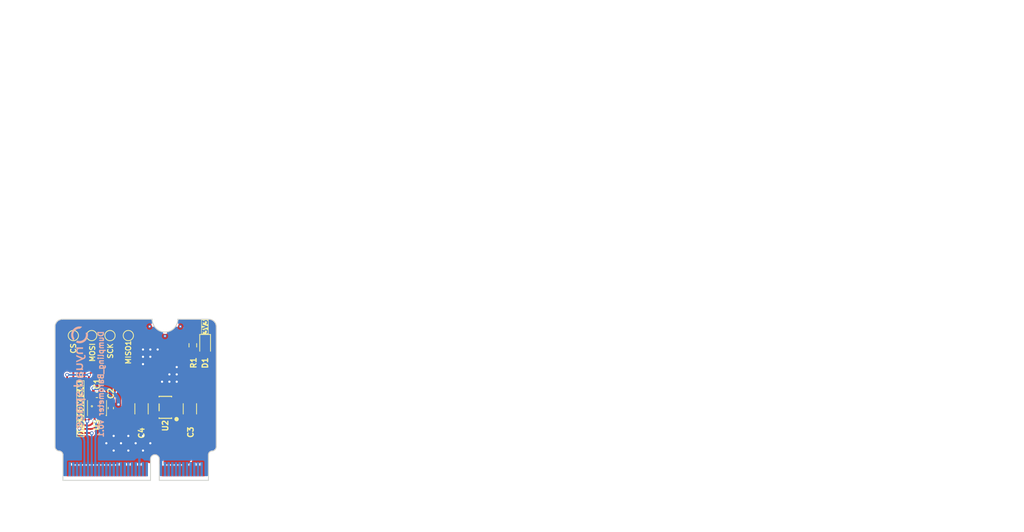
<source format=kicad_pcb>
(kicad_pcb (version 20241229) (generator "pcbnew") (generator_version "9.0")
  (layers (0 "F.Cu" signal "Top") (2 "B.Cu" signal "Bottom") (13 "F.Paste" user) (15 "B.Paste" user) (5 "F.SilkS" user "F.Silkscreen") (7 "B.SilkS" user "B.Silkscreen") (1 "F.Mask" user) (3 "B.Mask" user) (25 "Edge.Cuts" user))
  (net 0 "")
  (net 1 "+3V3")
  (net 2 "GND")
  (net 3 "VIN")
  (net 4 "DPS310XTSA1_CS")
  (net 5 "Net-(D1-A)")
  (net 6 "/G6")
  (net 7 "DPS310XTSA1_SDA")
  (net 8 "DPS310XTSA1_RX")
  (net 9 "/RTC_3V_BATT")
  (net 10 "/AUD_MCLK")
  (net 11 "/UART_CTS1")
  (net 12 "/USBHOST_D-")
  (net 13 "/G3")
  (net 14 "/BATT_VIN")
  (net 15 "/CAN-TX")
  (net 16 "/3.3V_EN")
  (net 17 "/CAN-RX")
  (net 18 "/UART_RTS1")
  (net 19 "/V_USB")
  (net 20 "DPS310XTSA1_MISO")
  (net 21 "/AUD_LRCLK")
  (net 22 "/G0")
  (net 23 "/SPI_COPI-LED_DAT")
  (net 24 "/G5")
  (net 25 "/AUD_IN-CAM_PCLK")
  (net 26 "/SWDCK")
  (net 27 "/SPI_SCK")
  (net 28 "/D1-CAM_TRIG")
  (net 29 "DPS310XTSA1_TX")
  (net 30 "+5V")
  (net 31 "DPS310XTSA1_SCL")
  (net 32 "/~{SPI_CS}")
  (net 33 "/UART_TX2")
  (net 34 "/G8")
  (net 35 "/AUD_BCLK")
  (net 36 "/SPI_CIPO-LED_CLK")
  (net 37 "/SDIO_DATA3-~{SPI_CS1}")
  (net 38 "/USBHOST_D+")
  (net 39 "/I2C_SDA1")
  (net 40 "/D0")
  (net 41 "/USB_D+")
  (net 42 "/G4")
  (net 43 "/A1")
  (net 44 "/G7")
  (net 45 "/G9-CAM_HSYNC")
  (net 46 "/USB_D-")
  (net 47 "DPS310XTSA1_MOSI")
  (net 48 "/PWM0")
  (net 49 "/AUD_OUT-CAM_MCLK")
  (net 50 "/I2C_~{INT}")
  (net 51 "DPS310XTSA1_SCK")
  (net 52 "/SWDIO")
  (net 53 "/I2C_SCL1")
  (net 54 "/UART_RX2")
  (net 55 "/A0")
  (net 56 "/G10-CAM_VSYNC")
  (net 57 "/SDIO_DATA2")
  (net 58 "DPS310XTSA1_pwr_cyc")
  (net 59 "/PWM1")
  (net 60 "/G11-SWO")
  (net 61 "/G2")
  (footprint "SparkFun_MicroMod_ESP32:M.2-CARD-E-22" (layer "F.Cu") (at 148.5011 114.365617)
    (property "Reference" "J1" (hide yes))
    (property "Value" "MICROMOD-2222" (hide yes))
    (fp_line (start 1.9 -21) (end 1 -21) (stroke (width 0.1016)) (layer "F.Cu"))
    (fp_line (start 1.9 -21) (end 1.9 -19.9) (stroke (width 0.1016)) (layer "F.Cu"))
    (fp_line (start 4 -19.7) (end 4 -19) (stroke (width 0.1016)) (layer "F.Cu"))
    (fp_line (start 6.1 -21) (end 6.1 -19.9) (stroke (width 0.1016)) (layer "F.Cu"))
    (fp_line (start 6.1 -21) (end 7 -21) (stroke (width 0.1016)) (layer "F.Cu"))
    (fp_poly (pts (xy 1.25 -21.75) (xy 2.05 -21.75) (xy 2.08842 -21.461827) (xy 2.171447 -21.183213) (xy 2.297037 -20.921017) (xy 2.462097 -20.681696) (xy 2.662563 -20.471142) (xy 2.893499 -20.29454) (xy 3.149218 -20.156239) (xy 3.423424 -20.059644) (xy 4 -20) (xy 4.290635 -20.007133) (xy 4.576576 -20.059644) (xy 4.850782 -20.156239) (xy 5.106501 -20.29454) (xy 5.337437 -20.471142) (xy 5.537903 -20.681696) (xy 5.702963 -20.921017) (xy 5.828553 -21.183213) (xy 5.95 -21.75) (xy 6.75 -21.75) (xy 6.686952 -21.386065) (xy 6.576451 -21.033626) (xy 6.420427 -20.698842) (xy 6.221608 -20.387564) (xy 5.983467 -20.10523) (xy 5.710166 -19.856774) (xy 5.40648 -19.646539) (xy 5.077718 -19.478197) (xy 4.729623 -19.354691) (xy 4.368279 -19.27818) (xy 4 -19.25) (xy 3.630811 -19.275627) (xy 3.268334 -19.35024) (xy 2.919037 -19.472506) (xy 2.589157 -19.640244) (xy 2.284581 -19.85046) (xy 2.010746 -20.099401) (xy 1.77254 -20.382623) (xy 1.574215 -20.695072) (xy 1.419311 -21.031169)) (fill yes) (layer "F.Cu"))
    (pad "1" smd rect (at 9.25 -1.275 180) (size 0.35 1.45) (layers "F.Cu" "F.Mask") (net 2 "GND"))
    (pad "2" smd rect (at 9 -1.525) (size 0.35 1.95) (layers "B.Cu" "B.Mask") (net 1 "+3V3"))
    (pad "3" smd rect (at 8.75 -1.275 180) (size 0.35 1.45) (layers "F.Cu" "F.Mask") (net 41 "/USB_D+"))
    (pad "4" smd rect (at 8.5 -1.525) (size 0.35 1.95) (layers "B.Cu" "B.Mask") (net 16 "/3.3V_EN"))
    (pad "5" smd rect (at 8.25 -1.275 180) (size 0.35 1.45) (layers "F.Cu" "F.Mask") (net 46 "/USB_D-"))
    (pad "6" smd rect (at 8 -1.525) (size 0.35 1.95) (layers "B.Cu" "B.Mask") (net 30 "+5V"))
    (pad "7" smd rect (at 7.75 -1.275 180) (size 0.35 1.45) (layers "F.Cu" "F.Mask") (net 2 "GND"))
    (pad "8" smd rect (at 7.5 -1.525) (size 0.35 1.95) (layers "B.Cu" "B.Mask") (net 60 "/G11-SWO"))
    (pad "9" smd rect (at 7.25 -1.275 180) (size 0.35 1.45) (layers "F.Cu" "F.Mask") (net 19 "/V_USB"))
    (pad "10" smd rect (at 7 -1.525) (size 0.35 1.95) (layers "B.Cu" "B.Mask") (net 40 "/D0"))
    (pad "11" smd rect (at 6.75 -1.275 180) (size 0.35 1.45) (layers "F.Cu" "F.Mask") (net 3 "VIN"))
    (pad "12" smd rect (at 6.5 -1.525) (size 0.35 1.95) (layers "B.Cu" "B.Mask") (net 7 "DPS310XTSA1_SDA"))
    (pad "13" smd rect (at 6.25 -1.275 180) (size 0.35 1.45) (layers "F.Cu" "F.Mask") (net 18 "/UART_RTS1"))
    (pad "14" smd rect (at 6 -1.525) (size 0.35 1.95) (layers "B.Cu" "B.Mask") (net 31 "DPS310XTSA1_SCL"))
    (pad "15" smd rect (at 5.75 -1.275 180) (size 0.35 1.45) (layers "F.Cu" "F.Mask") (net 11 "/UART_CTS1"))
    (pad "16" smd rect (at 5.5 -1.525) (size 0.35 1.95) (layers "B.Cu" "B.Mask") (net 50 "/I2C_~{INT}"))
    (pad "17" smd rect (at 5.25 -1.275 180) (size 0.35 1.45) (layers "F.Cu" "F.Mask") (net 29 "DPS310XTSA1_TX"))
    (pad "18" smd rect (at 5 -1.525) (size 0.35 1.95) (layers "B.Cu" "B.Mask") (net 28 "/D1-CAM_TRIG"))
    (pad "19" smd rect (at 4.75 -1.275 180) (size 0.35 1.45) (layers "F.Cu" "F.Mask") (net 8 "DPS310XTSA1_RX"))
    (pad "20" smd rect (at 4.5 -1.525) (size 0.35 1.95) (layers "B.Cu" "B.Mask") (net 54 "/UART_RX2"))
    (pad "21" smd rect (at 4.25 -1.275 180) (size 0.35 1.45) (layers "F.Cu" "F.Mask") (net 26 "/SWDCK"))
    (pad "22" smd rect (at 4 -1.525) (size 0.35 1.95) (layers "B.Cu" "B.Mask") (net 33 "/UART_TX2"))
    (pad "23" smd rect (at 3.75 -1.275 180) (size 0.35 1.45) (layers "F.Cu" "F.Mask") (net 52 "/SWDIO"))
    (pad "32" smd rect (at 1.5 -1.525) (size 0.35 1.95) (layers "B.Cu" "B.Mask") (net 48 "/PWM0"))
    (pad "33" smd rect (at 1.25 -1.275 180) (size 0.35 1.45) (layers "F.Cu" "F.Mask") (net 2 "GND"))
    (pad "34" smd rect (at 1 -1.525) (size 0.35 1.95) (layers "B.Cu" "B.Mask") (net 55 "/A0"))
    (pad "35" smd rect (at 0.75 -1.275 180) (size 0.35 1.45) (layers "F.Cu" "F.Mask") (net 38 "/USBHOST_D+"))
    (pad "36" smd rect (at 0.5 -1.525) (size 0.35 1.95) (layers "B.Cu" "B.Mask") (net 2 "GND"))
    (pad "37" smd rect (at 0.25 -1.275 180) (size 0.35 1.45) (layers "F.Cu" "F.Mask") (net 12 "/USBHOST_D-"))
    (pad "38" smd rect (at 0 -1.525) (size 0.35 1.95) (layers "B.Cu" "B.Mask") (net 43 "/A1"))
    (pad "39" smd rect (at -0.25 -1.275 180) (size 0.35 1.45) (layers "F.Cu" "F.Mask") (net 2 "GND"))
    (pad "40" smd rect (at -0.5 -1.525) (size 0.35 1.95) (layers "B.Cu" "B.Mask") (net 22 "/G0"))
    (pad "41" smd rect (at -0.75 -1.275 180) (size 0.35 1.45) (layers "F.Cu" "F.Mask") (net 17 "/CAN-RX"))
    (pad "42" smd rect (at -1 -1.525) (size 0.35 1.95) (layers "B.Cu" "B.Mask") (net 58 "DPS310XTSA1_pwr_cyc"))
    (pad "43" smd rect (at -1.25 -1.275 180) (size 0.35 1.45) (layers "F.Cu" "F.Mask") (net 15 "/CAN-TX"))
    (pad "44" smd rect (at -1.5 -1.525) (size 0.35 1.95) (layers "B.Cu" "B.Mask") (net 61 "/G2"))
    (pad "45" smd rect (at -1.75 -1.275 180) (size 0.35 1.45) (layers "F.Cu" "F.Mask") (net 2 "GND"))
    (pad "46" smd rect (at -2 -1.525) (size 0.35 1.95) (layers "B.Cu" "B.Mask") (net 13 "/G3"))
    (pad "47" smd rect (at -2.25 -1.275 180) (size 0.35 1.45) (layers "F.Cu" "F.Mask") (net 59 "/PWM1"))
    (pad "48" smd rect (at -2.5 -1.525) (size 0.35 1.95) (layers "B.Cu" "B.Mask") (net 42 "/G4"))
    (pad "49" smd rect (at -2.75 -1.275 180) (size 0.35 1.45) (layers "F.Cu" "F.Mask") (net 14 "/BATT_VIN"))
    (pad "50" smd rect (at -3 -1.525) (size 0.35 1.95) (layers "B.Cu" "B.Mask") (net 35 "/AUD_BCLK"))
    (pad "51" smd rect (at -3.25 -1.275 180) (size 0.35 1.45) (layers "F.Cu" "F.Mask") (net 39 "/I2C_SDA1"))
    (pad "52" smd rect (at -3.5 -1.525) (size 0.35 1.95) (layers "B.Cu" "B.Mask") (net 21 "/AUD_LRCLK"))
    (pad "53" smd rect (at -3.75 -1.275 180) (size 0.35 1.45) (layers "F.Cu" "F.Mask") (net 53 "/I2C_SCL1"))
    (pad "54" smd rect (at -4 -1.525) (size 0.35 1.95) (layers "B.Cu" "B.Mask") (net 25 "/AUD_IN-CAM_PCLK"))
    (pad "55" smd rect (at -4.25 -1.275 180) (size 0.35 1.45) (layers "F.Cu" "F.Mask") (net 32 "/~{SPI_CS}"))
    (pad "56" smd rect (at -4.5 -1.525) (size 0.35 1.95) (layers "B.Cu" "B.Mask") (net 49 "/AUD_OUT-CAM_MCLK"))
    (pad "57" smd rect (at -4.75 -1.275 180) (size 0.35 1.45) (layers "F.Cu" "F.Mask") (net 27 "/SPI_SCK"))
    (pad "58" smd rect (at -5 -1.525) (size 0.35 1.95) (layers "B.Cu" "B.Mask") (net 10 "/AUD_MCLK"))
    (pad "59" smd rect (at -5.25 -1.275 180) (size 0.35 1.45) (layers "F.Cu" "F.Mask") (net 23 "/SPI_COPI-LED_DAT"))
    (pad "60" smd rect (at -5.5 -1.525) (size 0.35 1.95) (layers "B.Cu" "B.Mask") (net 47 "DPS310XTSA1_MOSI"))
    (pad "61" smd rect (at -5.75 -1.275 180) (size 0.35 1.45) (layers "F.Cu" "F.Mask") (net 36 "/SPI_CIPO-LED_CLK"))
    (pad "62" smd rect (at -6 -1.525) (size 0.35 1.95) (layers "B.Cu" "B.Mask") (net 20 "DPS310XTSA1_MISO"))
    (pad "63" smd rect (at -6.25 -1.275 180) (size 0.35 1.45) (layers "F.Cu" "F.Mask") (net 56 "/G10-CAM_VSYNC"))
    (pad "64" smd rect (at -6.5 -1.525) (size 0.35 1.95) (layers "B.Cu" "B.Mask") (net 51 "DPS310XTSA1_SCK"))
    (pad "65" smd rect (at -6.75 -1.275 180) (size 0.35 1.45) (layers "F.Cu" "F.Mask") (net 45 "/G9-CAM_HSYNC"))
    (pad "66" smd rect (at -7 -1.525) (size 0.35 1.95) (layers "B.Cu" "B.Mask") (net 4 "DPS310XTSA1_CS"))
    (pad "67" smd rect (at -7.25 -1.275 180) (size 0.35 1.45) (layers "F.Cu" "F.Mask") (net 34 "/G8"))
    (pad "68" smd rect (at -7.5 -1.525) (size 0.35 1.95) (layers "B.Cu" "B.Mask") (net 57 "/SDIO_DATA2"))
    (pad "69" smd rect (at -7.75 -1.275 180) (size 0.35 1.45) (layers "F.Cu" "F.Mask") (net 44 "/G7"))
    (pad "70" smd rect (at -8 -1.525) (size 0.35 1.95) (layers "B.Cu" "B.Mask") (net 37 "/SDIO_DATA3-~{SPI_CS1}"))
    (pad "71" smd rect (at -8.25 -1.275 180) (size 0.35 1.45) (layers "F.Cu" "F.Mask") (net 6 "/G6"))
    (pad "72" smd rect (at -8.5 -1.525) (size 0.35 1.95) (layers "B.Cu" "B.Mask") (net 9 "/RTC_3V_BATT"))
    (pad "73" smd rect (at -8.75 -1.275 180) (size 0.35 1.45) (layers "F.Cu" "F.Mask") (net 24 "/G5"))
    (pad "74" smd rect (at -9 -1.525) (size 0.35 1.95) (layers "B.Cu" "B.Mask") (net 1 "+3V3"))
    (pad "75" smd rect (at -9.25 -1.275 180) (size 0.35 1.45) (layers "F.Cu" "F.Mask") (net 2 "GND"))
    (pad "GND" thru_hole circle (at 1.9 -21) (size 0.454 0.454) (drill 0.2) (layers "*.Cu" "*.Mask"))
    (pad "GND" thru_hole circle (at 4 -19.7) (size 0.454 0.454) (drill 0.2) (layers "*.Cu" "*.Mask"))
    (pad "GND" thru_hole circle (at 6.1 -21) (size 0.454 0.454) (drill 0.2) (layers "*.Cu" "*.Mask"))
  )
  (footprint "SparkFun_MicroMod_ESP32:ORDERING_INSTRUCTIONS" (layer "F.Cu") (at 167.9811 62.1)
    (property "Reference" "LOGO1" (hide yes))
    (property "Value" "SPECIAL_INSTRUCTIONS-ORDERING")
  )
  (footprint "SparkFun_MicroMod_ESP32:CREATIVE_COMMONS" (layer "F.Cu") (at 184.4 63.75)
    (property "Reference" "FRAME1" (hide yes))
    (property "Value" "FRAME-LEDGER" (hide yes))
  )
  (footprint "LED_SMD:LED_0603_1608Metric" (layer "F.Cu") (at 157.975 95.9375 -90)
    (property "Reference" "D1" (at 2.4 0 90) (layer "F.SilkS") (effects (font (size 0.75 0.75) (thickness 0.175) (bold yes))))
    (property "Value" "LED")
    (pad "1" smd roundrect (at -0.7875 0 270) (size 0.875 0.95) (layers "F.Cu" "F.Mask" "F.Paste") (net 2 "GND"))
    (pad "2" smd roundrect (at 0.7875 0 270) (size 0.875 0.95) (layers "F.Cu" "F.Mask" "F.Paste") (net 5 "Net-(D1-A)"))
  )
  (footprint "TestPoint:TestPoint_Pad_D1.0mm" (layer "F.Cu") (at 140 94.6)
    (property "Reference" "CS1" (hide yes))
    (property "Value" "SPI3")
    (pad "1" smd circle (at 0 0) (size 1 1) (layers "F.Cu" "F.Mask") (net 4 "DPS310XTSA1_CS"))
  )
  (footprint "Capacitor_SMD:C_1206_3216Metric" (layer "F.Cu") (at 155.9 104.6 90)
    (property "Reference" "C3" (at -3.2 0.1 90) (layer "F.SilkS") (effects (font (size 0.75 0.75) (thickness 0.175) (bold yes))))
    (property "Value" "10u")
    (pad "1" smd roundrect (at -1.475 0 90) (size 1.15 1.8) (layers "F.Cu" "F.Mask" "F.Paste") (roundrect_rratio 0.217391) (net 3 "VIN"))
    (pad "2" smd roundrect (at 1.475 0 90) (size 1.15 1.8) (layers "F.Cu" "F.Mask" "F.Paste") (roundrect_rratio 0.217391) (net 2 "GND"))
  )
  (footprint "Capacitor_SMD:C_1206_3216Metric" (layer "F.Cu") (at 149.3 104.6 90)
    (property "Reference" "C4" (at -3.3 0 90) (layer "F.SilkS") (effects (font (size 0.75 0.75) (thickness 0.175) (bold yes))))
    (property "Value" "10u")
    (pad "1" smd roundrect (at -1.475 0 90) (size 1.15 1.8) (layers "F.Cu" "F.Mask" "F.Paste") (roundrect_rratio 0.217391) (net 1 "+3V3"))
    (pad "2" smd roundrect (at 1.475 0 90) (size 1.15 1.8) (layers "F.Cu" "F.Mask" "F.Paste") (roundrect_rratio 0.217391) (net 2 "GND"))
  )
  (footprint "Resistor_SMD:R_0603_1608Metric" (layer "F.Cu") (at 156.3 95.925 -90)
    (property "Reference" "R1" (at 2.4 -0.1 270) (layer "F.SilkS") (effects (font (size 0.75 0.75) (thickness 0.175) (bold yes))))
    (property "Value" "10k")
    (pad "1" smd roundrect (at -0.825 0 270) (size 0.8 0.95) (layers "F.Cu" "F.Mask" "F.Paste") (net 1 "+3V3"))
    (pad "2" smd roundrect (at 0.825 0 270) (size 0.8 0.95) (layers "F.Cu" "F.Mask" "F.Paste") (net 5 "Net-(D1-A)"))
  )
  (footprint "TestPoint:TestPoint_Pad_D1.0mm" (layer "F.Cu") (at 147.5 94.6)
    (property "Reference" "MISO1" (at 0 2.3 90) (layer "F.SilkS") (effects (font (size 0.7 0.7))))
    (property "Value" "SPI3")
    (pad "1" smd circle (at 0 0) (size 1 1) (layers "F.Cu" "F.Mask") (net 20 "DPS310XTSA1_MISO"))
  )
  (footprint "Capacitor_SMD:C_0402_1005Metric" (layer "F.Cu") (at 145.110643 104.500102 -90)
    (property "Reference" "C2" (at -2 0 90) (layer "F.SilkS") (effects (font (size 0.75 0.75) (thickness 0.175) (bold yes))))
    (property "Value" "100n")
    (pad "1" smd roundrect (at -0.48 0 270) (size 0.56 0.62) (layers "F.Cu" "F.Mask" "F.Paste") (net 1 "+3V3"))
    (pad "2" smd roundrect (at 0.48 0 270) (size 0.56 0.62) (layers "F.Cu" "F.Mask" "F.Paste") (net 2 "GND"))
  )
  (footprint "TestPoint:TestPoint_Pad_D1.0mm" (layer "F.Cu") (at 142.5 94.6)
    (property "Reference" "MOSI1" (hide yes))
    (property "Value" "SPI3")
    (pad "1" smd circle (at 0 0) (size 1 1) (layers "F.Cu" "F.Mask") (net 47 "DPS310XTSA1_MOSI"))
  )
  (footprint "TPSPX3819M5-L-3-3:SOT-23-5_L3.0-W1.6-P0.95-LS2.8-BR" (layer "F.Cu") (at 152.550013 104.4)
    (property "Reference" "U2" (at 0 2.5 90) (layer "F.SilkS") (effects (font (size 0.75 0.75) (thickness 0.175) (bold yes))))
    (property "Value" "TPSPX3819M5-L-3-3")
    (pad "1" smd rect (at 1.149987 0.949962 90) (size 0.6 1.2) (layers "F.Cu" "F.Mask" "F.Paste") (net 3 "VIN"))
    (pad "2" smd rect (at 1.149987 0 90) (size 0.6 1.2) (layers "F.Cu" "F.Mask" "F.Paste") (net 2 "GND"))
    (pad "3" smd rect (at 1.149987 -0.949962 90) (size 0.6 1.2) (layers "F.Cu" "F.Mask" "F.Paste") (net 3 "VIN"))
    (pad "4" smd rect (at -1.149987 -0.949962 90) (size 0.6 1.2) (layers "F.Cu" "F.Mask" "F.Paste"))
    (pad "5" smd rect (at -1.149987 0.949962 90) (size 0.6 1.2) (layers "F.Cu" "F.Mask" "F.Paste") (net 1 "+3V3"))
  )
  (footprint "DPS310XTSA1:LGA-8_DPS310XTSA1" (layer "F.Cu") (at 143.230201 104.500102 -90)
    (property "Reference" "U3" (at 2.299898 0.030201 90) (layer "F.SilkS") (effects (font (size 0.75 0.75) (thickness 0.175) (bold yes))))
    (property "Value" "DPS310XTSA1_C3232509")
    (pad "1" smd rect (at 0.800102 -0.980442 270) (size 0.700025 0.350521) (layers "F.Cu" "F.Mask" "F.Paste") (net 2 "GND"))
    (pad "2" smd rect (at 0.800102 -0.330201 270) (size 0.700025 0.350521) (layers "F.Cu" "F.Mask" "F.Paste") (net 4 "DPS310XTSA1_CS"))
    (pad "3" smd rect (at 0.800102 0.330201 270) (size 0.700025 0.350521) (layers "F.Cu" "F.Mask" "F.Paste") (net 47 "DPS310XTSA1_MOSI"))
    (pad "4" smd rect (at 0.800102 0.980442 270) (size 0.700025 0.350521) (layers "F.Cu" "F.Mask" "F.Paste") (net 51 "DPS310XTSA1_SCK"))
    (pad "5" smd rect (at -0.800102 0.980442 270) (size 0.700025 0.350521) (layers "F.Cu" "F.Mask" "F.Paste") (net 20 "DPS310XTSA1_MISO"))
    (pad "6" smd rect (at -0.800102 0.330201 270) (size 0.700025 0.350521) (layers "F.Cu" "F.Mask" "F.Paste") (net 1 "+3V3"))
    (pad "7" smd rect (at -0.800102 -0.330201 270) (size 0.700025 0.350521) (layers "F.Cu" "F.Mask" "F.Paste") (net 2 "GND"))
    (pad "8" smd rect (at -0.800102 -0.980442 270) (size 0.700025 0.350521) (layers "F.Cu" "F.Mask" "F.Paste") (net 1 "+3V3"))
  )
  (footprint "Capacitor_SMD:C_0402_1005Metric" (layer "F.Cu") (at 143.210643 102.700102)
    (property "Reference" "C1" (at 0 -1.5 90) (layer "F.SilkS") (effects (font (size 0.75 0.75) (thickness 0.175) (bold yes))))
    (property "Value" "100n")
    (pad "1" smd roundrect (at -0.48 0) (size 0.56 0.62) (layers "F.Cu" "F.Mask" "F.Paste") (net 1 "+3V3"))
    (pad "2" smd roundrect (at 0.48 0) (size 0.56 0.62) (layers "F.Cu" "F.Mask" "F.Paste") (net 2 "GND"))
  )
  (footprint "TestPoint:TestPoint_Pad_D1.0mm" (layer "F.Cu") (at 145 94.6)
    (property "Reference" "SCK1" (hide yes))
    (property "Value" "SPI3")
    (pad "1" smd circle (at 0 0) (size 1 1) (layers "F.Cu" "F.Mask") (net 51 "DPS310XTSA1_SCK"))
  )
  (footprint "LOGO" (layer "B.Cu") (at 140.85 100.35 -90)
    (property "Reference" "G***" (hide yes))
    (property "Value" "LOGO" (hide yes))
  )
  (gr_line (start 158.4261 114.365617) (end 151.7261 114.365617) (stroke (width 0.127)) (layer "Edge.Cuts"))
  (gr_line (start 150.5261 111.465617) (end 150.5261 114.365617) (stroke (width 0.127)) (layer "Edge.Cuts"))
  (gr_line (start 138.5761 114.365617) (end 138.5761 110.865617) (stroke (width 0.127)) (layer "Edge.Cuts"))
  (gr_arc (start 138.1011 110.365617) (mid 138.434341 110.524663) (end 138.5761 110.865618) (stroke (width 0.127)) (layer "Edge.Cuts"))
  (gr_arc (start 137.5011 93.365617) (mid 137.8011 92.665618) (end 138.501099 92.365618) (stroke (width 0.127)) (layer "Edge.Cuts"))
  (gr_arc (start 159.501099 109.765618) (mid 159.320461 110.184979) (end 158.9011 110.365617) (stroke (width 0.127)) (layer "Edge.Cuts"))
  (gr_line (start 137.5011 93.365617) (end 137.5011 109.765617) (stroke (width 0.127)) (layer "Edge.Cuts"))
  (gr_line (start 159.5011 93.365617) (end 159.5011 109.765617) (stroke (width 0.127)) (layer "Edge.Cuts"))
  (gr_arc (start 154.2511 92.365617) (mid 152.5011 94.115617) (end 150.7511 92.365617) (stroke (width 0.127)) (layer "Edge.Cuts"))
  (gr_arc (start 158.4261 110.865617) (mid 158.566444 110.523319) (end 158.9011 110.365617) (stroke (width 0.127)) (layer "Edge.Cuts"))
  (gr_arc (start 150.5261 111.465617) (mid 151.1261 110.865617) (end 151.7261 111.465617) (stroke (width 0.127)) (layer "Edge.Cuts"))
  (gr_line (start 158.4261 110.865617) (end 158.4261 114.365617) (stroke (width 0.127)) (layer "Edge.Cuts"))
  (gr_line (start 150.7511 92.365617) (end 138.5011 92.365617) (stroke (width 0.127)) (layer "Edge.Cuts"))
  (gr_line (start 151.7261 111.465617) (end 151.7261 114.365617) (stroke (width 0.127)) (layer "Edge.Cuts"))
  (gr_arc (start 138.101098 110.365617) (mid 137.681737 110.184978) (end 137.5011 109.765617) (stroke (width 0.127)) (layer "Edge.Cuts"))
  (gr_line (start 158.5011 92.365617) (end 154.2511 92.365617) (stroke (width 0.127)) (layer "Edge.Cuts"))
  (gr_arc (start 158.5011 92.365617) (mid 159.2011 92.665617) (end 159.5011 93.365617) (stroke (width 0.127)) (layer "Edge.Cuts"))
  (gr_line (start 138.5761 114.365617) (end 150.5261 114.365617) (stroke (width 0.127)) (layer "Edge.Cuts"))
  (gr_text "DPS310XTSA1" (at 141 104.6 90) (layer "F.SilkS" knockout) (effects (font (size 0.75 0.75) (thickness 0.175) (bold yes))))
  (gr_text "SCK" (at 145.05 96.7 90) (layer "F.SilkS") (effects (font (size 0.7 0.7))))
  (gr_text "3V3" (at 157.975 93.4 90) (layer "F.SilkS" knockout) (effects (font (size 0.7 0.7) (thickness 0.15) (bold yes))))
  (gr_text "CS" (at 140 96.35 90) (layer "F.SilkS") (effects (font (size 0.7 0.7))))
  (gr_text "MOSI" (at 142.6 96.9 90) (layer "F.SilkS") (effects (font (size 0.7 0.7))))
  (gr_text "Dumpling_Barometer v0.1" (at 144.2 93.9 90) (layer "B.SilkS") (effects (font (size 0.75 0.75) (thickness 0.175) (bold yes)) (justify left bottom mirror)))
  (segment (start 151.400026 105.412474) (end 151.400026 105.349962) (width 0.75) (layer "F.Cu") (net 1))
  (segment (start 155.924999 95.1) (end 156.3 95.1) (width 0.75) (layer "F.Cu") (net 1))
  (segment (start 148.113172 101.35) (end 148.3 101.35) (width 0.75) (layer "F.Cu") (net 1))
  (segment (start 150.007106 100.642893) (end 155.284833 95.365165) (width 0.75) (layer "F.Cu") (net 1))
  (segment (start 144.757091 104.020102) (end 145.110643 104.020102) (width 0.5) (layer "F.Cu") (net 1))
  (segment (start 146.15 104) (end 146.15 104.5) (width 0.75) (layer "F.Cu") (net 1))
  (segment (start 146.139949 104.010051) (end 146.15 104) (width 0.5) (layer "F.Cu") (net 1))
  (segment (start 142.9 102.989212) (end 142.9 103.7) (width 0.35) (layer "F.Cu") (net 1))
  (segment (start 146.15 103.25) (end 146.15 104) (width 0.75) (layer "F.Cu") (net 1))
  (segment (start 142.715643 102.685102) (end 142.700643 102.670102) (width 0.5) (layer "F.Cu") (net 1))
  (segment (start 142.745643 102.715102) (end 142.815321 102.78478) (width 0.35) (layer "F.Cu") (net 1))
  (segment (start 144.370694 103.860051) (end 144.210643 103.7) (width 0.5) (layer "F.Cu") (net 1))
  (segment (start 146.503553 105.353553) (end 146.6875 105.5375) (width 0.75) (layer "F.Cu") (net 1))
  (segment (start 146.68033 101.969669) (end 146.725 101.925) (width 0.75) (layer "F.Cu") (net 1))
  (segment (start 142.745643 102.715102) (end 142.715643 102.685102) (width 0.35) (layer "F.Cu") (net 1))
  (segment (start 147.985139 106.075) (end 150.224847 106.075) (width 0.75) (layer "F.Cu") (net 1))
  (segment (start 151.1 105.7125) (end 151.400026 105.412474) (width 0.75) (layer "F.Cu") (net 1))
  (segment (start 146.115683 104.020102) (end 145.110643 104.020102) (width 0.5) (layer "F.Cu") (net 1))
  (segment (start 142.730643 102.678888) (end 142.730643 101.819357) (width 0.35) (layer "F.Cu") (net 1))
  (via (at 142.75 101.8) (size 0.5) (drill 0.3) (layers "F.Cu" "B.Cu") (net 1))
  (via (at 146.15 104) (size 0.5) (drill 0.3) (layers "F.Cu" "B.Cu") (net 1))
  (arc (start 146.139949 104.010051) (mid 146.128815 104.017489) (end 146.115683 104.020102) (width 0.5) (layer "F.Cu") (net 1))
  (arc (start 144.757091 104.020102) (mid 144.547974 103.978506) (end 144.370694 103.860051) (width 0.5) (layer "F.Cu") (net 1))
  (arc (start 142.815321 102.78478) (mid 142.877992 102.878574) (end 142.9 102.989212) (width 0.35) (layer "F.Cu") (net 1))
  (arc (start 146.6875 105.5375) (mid 147.282861 105.935308) (end 147.985139 106.075) (width 0.75) (layer "F.Cu") (net 1))
  (arc (start 148.113172 101.35) (mid 147.361898 101.499437) (end 146.725 101.925) (width 0.75) (layer "F.Cu") (net 1))
  (arc (start 142.745643 102.715102) (mid 142.734541 102.698487) (end 142.730643 102.678888) (width 0.35) (layer "F.Cu") (net 1))
  (arc (start 148.3 101.35) (mid 149.223879 101.166228) (end 150.007106 100.642893) (width 0.75) (layer "F.Cu") (net 1))
  (arc (start 146.15 103.25) (mid 146.287828 102.55709) (end 146.68033 101.969669) (width 0.75) (layer "F.Cu") (net 1))
  (arc (start 155.924999 95.1) (mid 155.578543 95.168914) (end 155.284833 95.365165) (width 0.75) (layer "F.Cu") (net 1))
  (arc (start 142.715643 102.685102) (mid 142.725218 102.687006) (end 142.730643 102.678888) (width 0.5) (layer "F.Cu") (net 1))
  (arc (start 150.224847 106.075) (mid 150.698476 105.980789) (end 151.1 105.7125) (width 0.75) (layer "F.Cu") (net 1))
  (arc (start 146.15 104.5) (mid 146.241885 104.961939) (end 146.503553 105.353553) (width 0.75) (layer "F.Cu") (net 1))
  (segment (start 146.15 103.55) (end 146.15 104) (width 0.5) (layer "B.Cu") (net 1))
  (segment (start 145.5 102.45) (end 145.831801 102.781801) (width 0.5) (layer "B.Cu") (net 1))
  (segment (start 142.75 101.8) (end 143.930761 101.8) (width 0.5) (layer "B.Cu") (net 1))
  (arc (start 145.5 102.45) (mid 144.780027 101.968929) (end 143.930761 101.8) (width 0.5) (layer "B.Cu") (net 1))
  (arc (start 146.15 103.55) (mid 146.067302 103.134253) (end 145.831801 102.781801) (width 0.5) (layer "B.Cu") (net 1))
  (segment (start 154.18125 104.4) (end 153.7 104.4) (width 0.75) (layer "F.Cu") (net 2))
  (segment (start 144.757091 104.980102) (end 145.110643 104.980102) (width 0.5) (layer "F.Cu") (net 2))
  (segment (start 143.625522 102.765222) (end 143.690643 102.700102) (width 0.35) (layer "F.Cu") (net 2))
  (segment (start 144.370694 105.140153) (end 144.210643 105.300204) (width 0.5) (layer "F.Cu") (net 2))
  (segment (start 143.560402 102.922437) (end 143.560402 103.7) (width 0.35) (layer "F.Cu") (net 2))
  (segment (start 155.9 103.125) (end 154.938778 104.086221) (width 0.75) (layer "F.Cu") (net 2))
  (via (at 150.5 109.3) (size 0.7) (drill 0.3) (layers "F.Cu" "B.Cu") (net 2))
  (via (at 147.5 110.3) (size 0.7) (drill 0.3) (layers "F.Cu" "B.Cu") (net 2))
  (via (at 153.1 99.9) (size 0.7) (drill 0.3) (layers "F.Cu" "B.Cu") (net 2))
  (via (at 153.1 100.9) (size 0.7) (drill 0.3) (layers "F.Cu" "B.Cu") (net 2))
  (via (at 154.1 98.9) (size 0.7) (drill 0.3) (layers "F.Cu" "B.Cu") (net 2))
  (via (at 146.5 109.3) (size 0.7) (drill 0.3) (layers "F.Cu" "B.Cu") (net 2))
  (via (at 151.5 96.5) (size 0.7) (drill 0.3) (layers "F.Cu" "B.Cu") (net 2))
  (via (at 147.5 108.3) (size 0.7) (drill 0.3) (layers "F.Cu" "B.Cu") (net 2))
  (via (at 152.1 100.9) (size 0.7) (drill 0.3) (layers "F.Cu" "B.Cu") (net 2))
  (via (at 149.5 98.5) (size 0.7) (drill 0.3) (layers "F.Cu" "B.Cu") (net 2))
  (via (at 149.5 97.5) (size 0.7) (drill 0.3) (layers "F.Cu" "B.Cu") (net 2))
  (via (at 144.5 109.3) (size 0.7) (drill 0.3) (layers "F.Cu" "B.Cu") (net 2))
  (via (at 148.5 109.3) (size 0.7) (drill 0.3) (layers "F.Cu" "B.Cu") (net 2))
  (via (at 149.5 96.5) (size 0.7) (drill 0.3) (layers "F.Cu" "B.Cu") (net 2))
  (via (at 154.1 100.9) (size 0.7) (drill 0.3) (layers "F.Cu" "B.Cu") (net 2))
  (via (at 145.5 110.3) (size 0.7) (drill 0.3) (layers "F.Cu" "B.Cu") (net 2))
  (via (at 149.5 110.3) (size 0.7) (drill 0.3) (layers "F.Cu" "B.Cu") (net 2))
  (via (at 150.5 97.5) (size 0.7) (drill 0.3) (layers "F.Cu" "B.Cu") (net 2))
  (via (at 150.5 96.5) (size 0.7) (drill 0.3) (layers "F.Cu" "B.Cu") (net 2))
  (via (at 145.5 108.3) (size 0.7) (drill 0.3) (layers "F.Cu" "B.Cu") (net 2))
  (via (at 149.5 108.3) (size 0.7) (drill 0.3) (layers "F.Cu" "B.Cu") (net 2))
  (via (at 154.1 99.9) (size 0.7) (drill 0.3) (layers "F.Cu" "B.Cu") (net 2))
  (arc (start 143.560402 102.922437) (mid 143.577326 102.837353) (end 143.625522 102.765222) (width 0.35) (layer "F.Cu") (net 2))
  (arc (start 144.370694 105.140153) (mid 144.547974 105.021697) (end 144.757091 104.980102) (width 0.5) (layer "F.Cu") (net 2))
  (arc (start 154.938778 104.086221) (mid 154.591221 104.318451) (end 154.18125 104.4) (width 0.75) (layer "F.Cu") (net 2))
  (segment (start 153.7375 105.35) (end 153.268198 105.35) (width 0.35) (layer "F.Cu") (net 3))
  (segment (start 154.975152 106.075) (end 155.9 106.075) (width 0.75) (layer "F.Cu") (net 3))
  (segment (start 153.696762 103.453276) (end 153.700038 103.45) (width 0.35) (layer "F.Cu") (net 3))
  (segment (start 153.971728 105.584228) (end 154.1 105.7125) (width 0.75) (layer "F.Cu") (net 3))
  (segment (start 153.700038 103.45) (end 153.7375 103.45) (width 0.35) (layer "F.Cu") (net 3))
  (segment (start 152.5 104.581801) (end 152.5 104.21649) (width 0.35) (layer "F.Cu") (net 3))
  (segment (start 153.166011 103.453276) (end 153.696762 103.453276) (width 0.35) (layer "F.Cu") (net 3))
  (arc (start 152.725 105.125) (mid 152.558475 104.875778) (end 152.5 104.581801) (width 0.35) (layer "F.Cu") (net 3))
  (arc (start 153.268198 105.35) (mid 152.974221 105.291524) (end 152.725 105.125) (width 0.35) (layer "F.Cu") (net 3))
  (arc (start 154.975152 106.075) (mid 154.501523 105.980789) (end 154.1 105.7125) (width 0.75) (layer "F.Cu") (net 3))
  (arc (start 152.5 104.21649) (mid 152.558345 103.923167) (end 152.7245 103.6745) (width 0.35) (layer "F.Cu") (net 3))
  (arc (start 153.971728 105.584228) (mid 153.712251 105.410851) (end 153.40625 105.35) (width 0.75) (layer "F.Cu") (net 3))
  (arc (start 152.7245 103.6745) (mid 152.92748 103.529046) (end 153.166011 103.453276) (width 0.35) (layer "F.Cu") (net 3))
  (segment (start 140.935355 107.35) (end 142.347669 107.35) (width 0.25) (layer "F.Cu") (net 4))
  (segment (start 140.825 107.25) (end 140.85 107.25) (width 0.25) (layer "F.Cu") (net 4))
  (segment (start 140 105.884314) (end 140 94.6) (width 0.25) (layer "F.Cu") (net 4))
  (segment (start 143.560402 106.137267) (end 143.560402 105.300204) (width 0.25) (layer "F.Cu") (net 4))
  (segment (start 140.4 106.85) (end 140.782322 107.232322) (width 0.25) (layer "F.Cu") (net 4))
  (segment (start 140.875 107.325) (end 140.85 107.3) (width 0.25) (layer "F.Cu") (net 4))
  (via (at 140.85 107.3) (size 0.5) (drill 0.3) (layers "F.Cu" "B.Cu") (net 4))
  (arc (start 143.560402 106.137267) (mid 143.468088 106.60136) (end 143.205201 106.994799) (width 0.25) (layer "F.Cu") (net 4))
  (arc (start 140 105.884314) (mid 140.103956 106.406939) (end 140.4 106.85) (width 0.25) (layer "F.Cu") (net 4))
  (arc (start 142.347669 107.35) (mid 142.811762 107.257686) (end 143.205201 106.994799) (width 0.25) (layer "F.Cu") (net 4))
  (arc (start 140.825 107.25) (mid 140.801902 107.245405) (end 140.782322 107.232322) (width 0.25) (layer "F.Cu") (net 4))
  (arc (start 140.935355 107.35) (mid 140.902691 107.343502) (end 140.875 107.325) (width 0.25) (layer "F.Cu") (net 4))
  (segment (start 141.5011 109.146852) (end 141.5011 112.840617) (width 0.25) (layer "B.Cu") (net 4))
  (segment (start 140.8 107.725) (end 140.8 107.5) (width 0.25) (layer "B.Cu") (net 4))
  (segment (start 140.959099 108.109099) (end 141.15055 108.30055) (width 0.25) (layer "B.Cu") (net 4))
  (arc (start 140.8 107.725) (mid 140.841348 107.932872) (end 140.959099 108.109099) (width 0.25) (layer "B.Cu") (net 4))
  (arc (start 141.5011 109.146852) (mid 141.409995 108.688836) (end 141.15055 108.30055) (width 0.25) (layer "B.Cu") (net 4))
  (segment (start 157.932322 96.7) (end 156.3 96.7) (width 0.75) (layer "F.Cu") (net 5))
  (segment (start 142.124643 99.993287) (end 142.124643 103.486413) (width 0.25) (layer "F.Cu") (net 20))
  (segment (start 142.510542 107.925) (end 142.498042 107.9125) (width 0.25) (layer "F.Cu") (net 20))
  (segment (start 142.137321 99.962678) (end 142.15 99.95) (width 0.25) (layer "F.Cu") (net 20))
  (segment (start 139.15 105.791019) (end 139.15 99.95) (width 0.25) (layer "F.Cu") (net 20))
  (segment (start 141.25898 107.9) (end 142.467864 107.9) (width 0.25) (layer "F.Cu") (net 20))
  (segment (start 142.187201 103.637442) (end 142.249759 103.7) (width 0.25) (layer "F.Cu") (net 20))
  (segment (start 142.15 99.95) (end 147.5 94.6) (width 0.25) (layer "F.Cu") (net 20))
  (via (at 139.15 99.95) (size 0.5) (drill 0.3) (layers "F.Cu" "B.Cu") (net 20))
  (via (at 142.510542 107.925) (size 0.5) (drill 0.3) (layers "F.Cu" "B.Cu") (net 20))
  (via (at 142.15 99.95) (size 0.5) (drill 0.3) (layers "F.Cu" "B.Cu") (net 20))
  (arc (start 139.767706 107.282294) (mid 140.451908 107.739463) (end 141.25898 107.9) (width 0.25) (layer "F.Cu") (net 20))
  (arc (start 142.498042 107.9125) (mid 142.484196 107.903248) (end 142.467864 107.9) (width 0.25) (layer "F.Cu") (net 20))
  (arc (start 142.137321 99.962678) (mid 142.127937 99.976721) (end 142.124643 99.993287) (width 0.25) (layer "F.Cu") (net 20))
  (arc (start 142.124643 103.486413) (mid 142.140901 103.568149) (end 142.187201 103.637442) (width 0.25) (layer "F.Cu") (net 20))
  (arc (start 139.15 105.791019) (mid 139.310536 106.598091) (end 139.767706 107.282294) (width 0.25) (layer "F.Cu") (net 20))
  (segment (start 142.5011 107.941118) (end 142.5011 112.840617) (width 0.25) (layer "B.Cu") (net 20))
  (segment (start 139.15 99.95) (end 142.15 99.95) (width 0.25) (layer "B.Cu") (net 20))
  (segment (start 142.505821 107.929721) (end 142.510542 107.925) (width 0.25) (layer "B.Cu") (net 20))
  (arc (start 142.505821 107.929721) (mid 142.502326 107.93495) (end 142.5011 107.941118) (width 0.25) (layer "B.Cu") (net 20))
  (segment (start 142.545419 106.639992) (end 142.885412 106.3) (width 0.25) (layer "F.Cu") (net 47))
  (segment (start 142.95 106.25) (end 143 106.3) (width 0.25) (layer "F.Cu") (net 47))
  (segment (start 140.8 105.619669) (end 140.8 97.502081) (width 0.25) (layer "F.Cu") (net 47))
  (segment (start 142.9 106.129289) (end 142.9 105.300204) (width 0.25) (layer "F.Cu") (net 47))
  (segment (start 141.65 95.45) (end 142.5 94.6) (width 0.25) (layer "F.Cu") (net 47))
  (segment (start 141.175 106.525) (end 141.289992 106.639992) (width 0.25) (layer "F.Cu") (net 47))
  (via (at 142.885412 106.3) (size 0.5) (drill 0.3) (layers "F.Cu" "B.Cu") (net 47))
  (arc (start 141.289992 106.639992) (mid 141.577989 106.832426) (end 141.917706 106.9) (width 0.25) (layer "F.Cu") (net 47))
  (arc (start 140.8 97.502081) (mid 141.020907 96.391502) (end 141.65 95.45) (width 0.25) (layer "F.Cu") (net 47))
  (arc (start 140.8 105.619669) (mid 140.897459 106.10963) (end 141.175 106.525) (width 0.25) (layer "F.Cu") (net 47))
  (arc (start 142.545419 106.639992) (mid 142.257421 106.832426) (end 141.917706 106.9) (width 0.25) (layer "F.Cu") (net 47))
  (arc (start 142.9 106.129289) (mid 142.912994 106.194617) (end 142.95 106.25) (width 0.25) (layer "F.Cu") (net 47))
  (segment (start 143.1 106.47071) (end 143.1 108.280067) (width 0.25) (layer "B.Cu") (net 47))
  (segment (start 143.0011 108.518832) (end 143.0011 112.840617) (width 0.25) (layer "B.Cu") (net 47))
  (segment (start 143.05 106.35) (end 143 106.3) (width 0.25) (layer "B.Cu") (net 47))
  (arc (start 143.0011 108.518832) (mid 143.013951 108.454223) (end 143.05055 108.39945) (width 0.25) (layer "B.Cu") (net 47))
  (arc (start 143.1 106.47071) (mid 143.087005 106.405382) (end 143.05 106.35) (width 0.25) (layer "B.Cu") (net 47))
  (arc (start 143.1 108.280067) (mid 143.087148 108.344676) (end 143.05055 108.39945) (width 0.25) (layer "B.Cu") (net 47))
  (segment (start 141.5 100.353963) (end 141.5 105.702512) (width 0.25) (layer "F.Cu") (net 51))
  (segment (start 143.093792 96.506207) (end 145 94.6) (width 0.25) (layer "F.Cu") (net 51))
  (segment (start 142.074879 106.12512) (end 141.9 106.3) (width 0.25) (layer "F.Cu") (net 51))
  (segment (start 142.249759 105.702924) (end 142.249759 105.300204) (width 0.25) (layer "F.Cu") (net 51))
  (segment (start 141.814644 106.264644) (end 141.675 106.125) (width 0.25) (layer "F.Cu") (net 51))
  (segment (start 141.9 106.3) (end 141.95 106.3) (width 0.25) (layer "F.Cu") (net 51))
  (via (at 141.9 106.3) (size 0.5) (drill 0.3) (layers "F.Cu" "B.Cu") (net 51))
  (arc (start 141.814644 106.264644) (mid 141.853805 106.290811) (end 141.9 106.3) (width 0.25) (layer "F.Cu") (net 51))
  (arc (start 142.249759 105.702924) (mid 142.204309 105.931414) (end 142.074879 106.12512) (width 0.25) (layer "F.Cu") (net 51))
  (arc (start 141.5 105.702512) (mid 141.545481 105.93116) (end 141.675 106.125) (width 0.25) (layer "F.Cu") (net 51))
  (arc (start 143.093792 96.506207) (mid 141.914213 98.271572) (end 141.5 100.353963) (width 0.25) (layer "F.Cu") (net 51))
  (segment (start 142.0011 109.201877) (end 142.0011 112.840617) (width 0.25) (layer "B.Cu") (net 51))
  (segment (start 141.85 106.556843) (end 141.85 108.243933) (width 0.25) (layer "B.Cu") (net 51))
  (segment (start 142 109.199222) (end 142 108.606066) (width 0.25) (layer "B.Cu") (net 51))
  (segment (start 142.00055 106.29945) (end 142 106.3) (width 0.25) (layer "B.Cu") (net 51))
  (segment (start 141.92555 106.37445) (end 142.00055 106.29945) (width 0.25) (layer "B.Cu") (net 51))
  (arc (start 141.85 106.556843) (mid 141.869634 106.458132) (end 141.92555 106.37445) (width 0.25) (layer "B.Cu") (net 51))
  (arc (start 142.00055 109.20055) (mid 142.000957 109.201158) (end 142.0011 109.201877) (width 0.25) (layer "B.Cu") (net 51))
  (arc (start 142 108.606066) (mid 141.980508 108.508073) (end 141.925 108.425) (width 0.25) (layer "B.Cu") (net 51))
  (arc (start 141.925 108.425) (mid 141.869491 108.341925) (end 141.85 108.243933) (width 0.25) (layer "B.Cu") (net 51))
  (arc (start 142 109.199222) (mid 142.000142 109.19994) (end 142.00055 109.20055) (width 0.25) (layer "B.Cu") (net 51))
  (arc (start 142.00055 106.29945) (mid 142.00055 106.29945) (end 142.00055 106.29945) (width 0.25) (layer "B.Cu") (net 51))
  (zone (net 3) (net_name "VIN") (layer "F.Cu") (priority 5) (connect_pads yes (clearance 0.2)) (min_thickness 0.25) (fill yes (thermal_gap 0.5) (thermal_bridge_width 0.5))
    (polygon (pts (xy 152.3 103) (xy 157.2 103) (xy 157.2 109.733336) (xy 155.3 112.8) (xy 152.3 112.8)))
  )
  (zone (net 0) (net_name "") (layers "F.Cu" "B.Cu") (connect_pads (clearance 0)) (min_thickness 0.25)
    (keepout (tracks not_allowed) (vias not_allowed) (pads not_allowed) (copperpour not_allowed) (footprints allowed))
    (fill (thermal_gap 0.5) (thermal_bridge_width 0.5))
    (polygon (pts (xy 138.6 113.85) (xy 158.5 113.85) (xy 158.5 114.45) (xy 138.6 114.45)))
  )
  (zone (net 2) (net_name "GND") (layers "F.Cu" "B.Cu") (priority 1) (connect_pads (clearance 0.2)) (min_thickness 0.25) (fill yes (thermal_gap 0.5) (thermal_bridge_width 0.5))
    (polygon (pts (xy 137 92) (xy 160.1 92) (xy 160.1 113.8) (xy 137 113.8)))
  )
)
</source>
